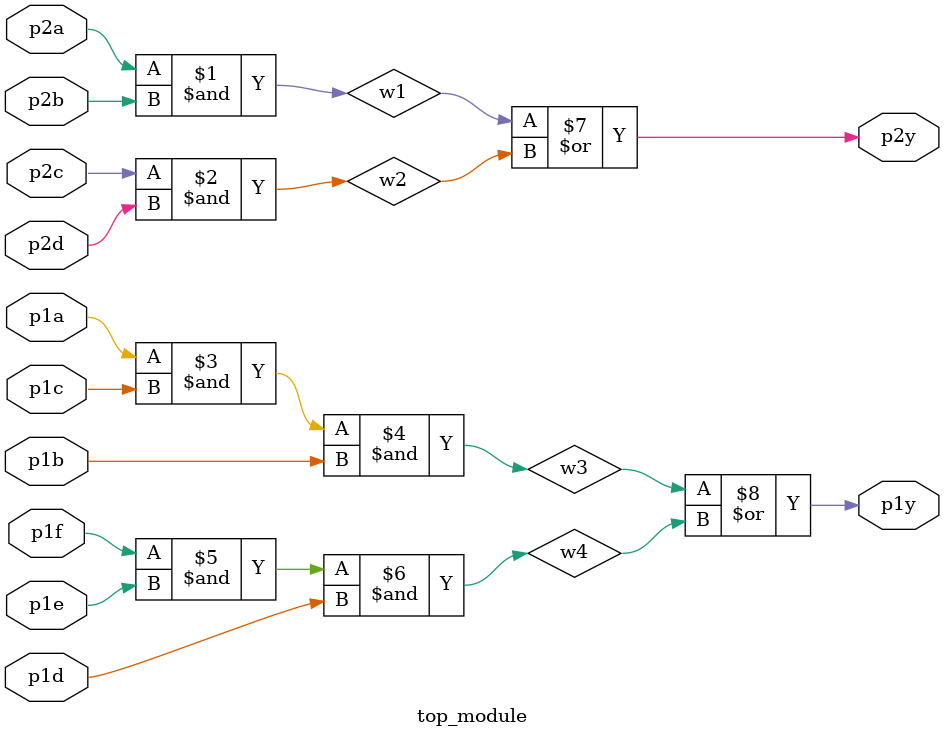
<source format=v>
module top_module ( 
    input p1a, p1b, p1c, p1d, p1e, p1f,
    output p1y,
    input p2a, p2b, p2c, p2d,
    output p2y );
wire w1,w2,w3,w4;
assign w1=p2a&p2b;
assign w2 =p2c&p2d;
assign w3= (p1a&p1c&p1b);
assign w4=(p1f&p1e&p1d);    
assign p2y=w1|w2;
assign p1y=w3|w4;
endmodule

</source>
